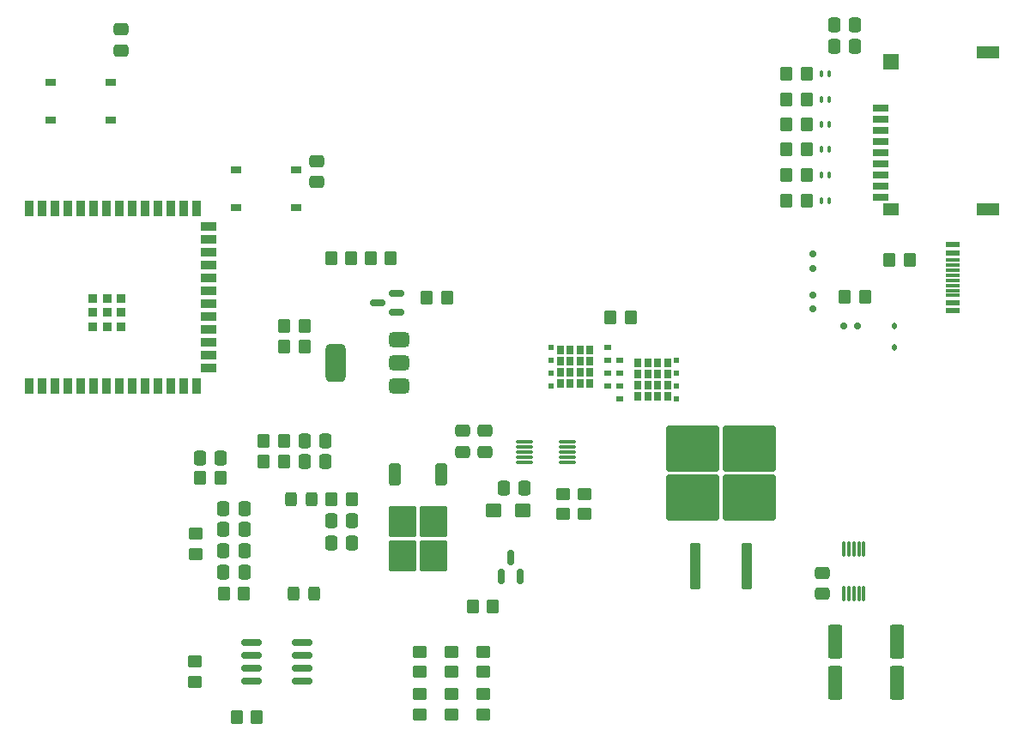
<source format=gtp>
G04 #@! TF.GenerationSoftware,KiCad,Pcbnew,8.0.4*
G04 #@! TF.CreationDate,2024-08-16T23:51:57-05:00*
G04 #@! TF.ProjectId,BatteryCo,42617474-6572-4794-936f-2e6b69636164,rev?*
G04 #@! TF.SameCoordinates,Original*
G04 #@! TF.FileFunction,Paste,Top*
G04 #@! TF.FilePolarity,Positive*
%FSLAX46Y46*%
G04 Gerber Fmt 4.6, Leading zero omitted, Abs format (unit mm)*
G04 Created by KiCad (PCBNEW 8.0.4) date 2024-08-16 23:51:57*
%MOMM*%
%LPD*%
G01*
G04 APERTURE LIST*
G04 Aperture macros list*
%AMRoundRect*
0 Rectangle with rounded corners*
0 $1 Rounding radius*
0 $2 $3 $4 $5 $6 $7 $8 $9 X,Y pos of 4 corners*
0 Add a 4 corners polygon primitive as box body*
4,1,4,$2,$3,$4,$5,$6,$7,$8,$9,$2,$3,0*
0 Add four circle primitives for the rounded corners*
1,1,$1+$1,$2,$3*
1,1,$1+$1,$4,$5*
1,1,$1+$1,$6,$7*
1,1,$1+$1,$8,$9*
0 Add four rect primitives between the rounded corners*
20,1,$1+$1,$2,$3,$4,$5,0*
20,1,$1+$1,$4,$5,$6,$7,0*
20,1,$1+$1,$6,$7,$8,$9,0*
20,1,$1+$1,$8,$9,$2,$3,0*%
G04 Aperture macros list end*
%ADD10RoundRect,0.250000X0.337500X0.475000X-0.337500X0.475000X-0.337500X-0.475000X0.337500X-0.475000X0*%
%ADD11RoundRect,0.250000X-0.350000X-0.450000X0.350000X-0.450000X0.350000X0.450000X-0.350000X0.450000X0*%
%ADD12R,1.000000X0.750000*%
%ADD13RoundRect,0.250000X-0.475000X0.337500X-0.475000X-0.337500X0.475000X-0.337500X0.475000X0.337500X0*%
%ADD14RoundRect,0.250000X0.350000X0.450000X-0.350000X0.450000X-0.350000X-0.450000X0.350000X-0.450000X0*%
%ADD15RoundRect,0.250000X-0.450000X0.350000X-0.450000X-0.350000X0.450000X-0.350000X0.450000X0.350000X0*%
%ADD16RoundRect,0.150000X0.825000X0.150000X-0.825000X0.150000X-0.825000X-0.150000X0.825000X-0.150000X0*%
%ADD17RoundRect,0.075000X0.075000X0.225000X-0.075000X0.225000X-0.075000X-0.225000X0.075000X-0.225000X0*%
%ADD18RoundRect,0.249999X-0.450001X-1.425001X0.450001X-1.425001X0.450001X1.425001X-0.450001X1.425001X0*%
%ADD19RoundRect,0.250000X0.300000X-2.050000X0.300000X2.050000X-0.300000X2.050000X-0.300000X-2.050000X0*%
%ADD20RoundRect,0.250000X2.375000X-2.025000X2.375000X2.025000X-2.375000X2.025000X-2.375000X-2.025000X0*%
%ADD21RoundRect,0.150000X0.150000X-0.587500X0.150000X0.587500X-0.150000X0.587500X-0.150000X-0.587500X0*%
%ADD22RoundRect,0.087500X-0.725000X-0.087500X0.725000X-0.087500X0.725000X0.087500X-0.725000X0.087500X0*%
%ADD23RoundRect,0.250000X-0.537500X-0.425000X0.537500X-0.425000X0.537500X0.425000X-0.537500X0.425000X0*%
%ADD24RoundRect,0.250000X0.475000X-0.337500X0.475000X0.337500X-0.475000X0.337500X-0.475000X-0.337500X0*%
%ADD25RoundRect,0.250000X-0.337500X-0.475000X0.337500X-0.475000X0.337500X0.475000X-0.337500X0.475000X0*%
%ADD26R,0.780000X0.900000*%
%ADD27R,0.650000X0.500000*%
%ADD28R,0.550000X0.500000*%
%ADD29RoundRect,0.250000X0.450000X-0.350000X0.450000X0.350000X-0.450000X0.350000X-0.450000X-0.350000X0*%
%ADD30R,1.600000X0.700000*%
%ADD31R,1.500000X1.200000*%
%ADD32R,2.200000X1.200000*%
%ADD33R,1.500000X1.600000*%
%ADD34RoundRect,0.250000X0.325000X0.450000X-0.325000X0.450000X-0.325000X-0.450000X0.325000X-0.450000X0*%
%ADD35RoundRect,0.075000X-0.075000X0.650000X-0.075000X-0.650000X0.075000X-0.650000X0.075000X0.650000X0*%
%ADD36RoundRect,0.150000X0.200000X-0.150000X0.200000X0.150000X-0.200000X0.150000X-0.200000X-0.150000X0*%
%ADD37RoundRect,0.250000X-0.325000X-0.450000X0.325000X-0.450000X0.325000X0.450000X-0.325000X0.450000X0*%
%ADD38RoundRect,0.150000X-0.200000X0.150000X-0.200000X-0.150000X0.200000X-0.150000X0.200000X0.150000X0*%
%ADD39RoundRect,0.150000X0.587500X0.150000X-0.587500X0.150000X-0.587500X-0.150000X0.587500X-0.150000X0*%
%ADD40RoundRect,0.250000X-0.350000X0.850000X-0.350000X-0.850000X0.350000X-0.850000X0.350000X0.850000X0*%
%ADD41RoundRect,0.250000X-1.125000X1.275000X-1.125000X-1.275000X1.125000X-1.275000X1.125000X1.275000X0*%
%ADD42R,0.900000X1.500000*%
%ADD43R,1.500000X0.900000*%
%ADD44R,0.900000X0.900000*%
%ADD45R,1.450000X0.600000*%
%ADD46R,1.450000X0.300000*%
%ADD47RoundRect,0.112500X0.112500X-0.187500X0.112500X0.187500X-0.112500X0.187500X-0.112500X-0.187500X0*%
%ADD48RoundRect,0.150000X0.150000X0.200000X-0.150000X0.200000X-0.150000X-0.200000X0.150000X-0.200000X0*%
%ADD49RoundRect,0.375000X0.625000X0.375000X-0.625000X0.375000X-0.625000X-0.375000X0.625000X-0.375000X0*%
%ADD50RoundRect,0.500000X0.500000X1.400000X-0.500000X1.400000X-0.500000X-1.400000X0.500000X-1.400000X0*%
G04 APERTURE END LIST*
D10*
X132520700Y-53781600D03*
X130445700Y-53781600D03*
X132520700Y-51648000D03*
X130445700Y-51648000D03*
D11*
X71529800Y-119999400D03*
X73529800Y-119999400D03*
D12*
X53144000Y-57296000D03*
X59144000Y-57296000D03*
X53144000Y-61046000D03*
X59144000Y-61046000D03*
X71432000Y-65932000D03*
X77432000Y-65932000D03*
X71432000Y-69682000D03*
X77432000Y-69682000D03*
D13*
X60160000Y-52113000D03*
X60160000Y-54188000D03*
X79464000Y-65088500D03*
X79464000Y-67163500D03*
D14*
X82860000Y-98460000D03*
X80860000Y-98460000D03*
D15*
X95821571Y-117717324D03*
X95821571Y-119717324D03*
D10*
X82927500Y-102760000D03*
X80852500Y-102760000D03*
D16*
X77980000Y-116430000D03*
X77980000Y-115160000D03*
X77980000Y-113890000D03*
X77980000Y-112620000D03*
X73030000Y-112620000D03*
X73030000Y-113890000D03*
X73030000Y-115160000D03*
X73030000Y-116430000D03*
D17*
X129950001Y-66448300D03*
X129250001Y-66448300D03*
D18*
X130600000Y-112500000D03*
X136700000Y-112500000D03*
D19*
X116760000Y-105050000D03*
D20*
X116525000Y-98325000D03*
X122075000Y-98325000D03*
X116525000Y-93475000D03*
X122075000Y-93475000D03*
D19*
X121840000Y-105050000D03*
D21*
X97600000Y-106100000D03*
X99500000Y-106100000D03*
X98550000Y-104225000D03*
D22*
X99927500Y-92820000D03*
X99927500Y-93320000D03*
X99927500Y-93820000D03*
X99927500Y-94320000D03*
X99927500Y-94820000D03*
X104152500Y-94820000D03*
X104152500Y-94320000D03*
X104152500Y-93820000D03*
X104152500Y-93320000D03*
X104152500Y-92820000D03*
D23*
X96862500Y-99590000D03*
X99737500Y-99590000D03*
D10*
X80275000Y-94800000D03*
X78200000Y-94800000D03*
D13*
X96000000Y-91725000D03*
X96000000Y-93800000D03*
D24*
X129300000Y-107837500D03*
X129300000Y-105762500D03*
D25*
X97862500Y-97380000D03*
X99937500Y-97380000D03*
D17*
X129950001Y-69000000D03*
X129250001Y-69000000D03*
D11*
X74200000Y-94800000D03*
X76200000Y-94800000D03*
D15*
X92721571Y-117717324D03*
X92721571Y-119717324D03*
D10*
X80275000Y-92700000D03*
X78200000Y-92700000D03*
D26*
X111103421Y-85020000D03*
X111103421Y-86120000D03*
X111103421Y-87220000D03*
X111103421Y-88320000D03*
X112083421Y-85020000D03*
X112083421Y-86120000D03*
X112083421Y-87220000D03*
X112083421Y-88320000D03*
X113063421Y-85020000D03*
X113063421Y-86120000D03*
X113063421Y-87220000D03*
X113063421Y-88320000D03*
X114043421Y-85020000D03*
X114043421Y-86120000D03*
X114043421Y-87220000D03*
X114043421Y-88320000D03*
D27*
X109353421Y-84765000D03*
X109353421Y-86035000D03*
X109353421Y-87305000D03*
X109353421Y-88575000D03*
D28*
X114903421Y-84765000D03*
X114903421Y-86035000D03*
X114903421Y-87305000D03*
X114903421Y-88575000D03*
D14*
X127747001Y-63961225D03*
X125747001Y-63961225D03*
D11*
X135900000Y-74900000D03*
X137900000Y-74900000D03*
D14*
X76200000Y-92700000D03*
X74200000Y-92700000D03*
X92270000Y-78600000D03*
X90270000Y-78600000D03*
D29*
X92721571Y-115517324D03*
X92721571Y-113517324D03*
D30*
X135070000Y-59870000D03*
X135070000Y-60970000D03*
X135070000Y-62070000D03*
X135070000Y-63170000D03*
X135070000Y-64270000D03*
X135070000Y-65370000D03*
X135070000Y-66470000D03*
X135070000Y-67570000D03*
X135070000Y-68670000D03*
D31*
X136070000Y-69870000D03*
D32*
X145670000Y-69870000D03*
D33*
X136070000Y-55270000D03*
D32*
X145670000Y-54370000D03*
D14*
X127747001Y-61474150D03*
X125747001Y-61474150D03*
D25*
X70222300Y-101482800D03*
X72297300Y-101482800D03*
D11*
X131500000Y-78500000D03*
X133500000Y-78500000D03*
D14*
X127747001Y-66448300D03*
X125747001Y-66448300D03*
D26*
X106370000Y-87050000D03*
X106370000Y-85950000D03*
X106370000Y-84850000D03*
X106370000Y-83750000D03*
X105390000Y-87050000D03*
X105390000Y-85950000D03*
X105390000Y-84850000D03*
X105390000Y-83750000D03*
X104410000Y-87050000D03*
X104410000Y-85950000D03*
X104410000Y-84850000D03*
X104410000Y-83750000D03*
X103430000Y-87050000D03*
X103430000Y-85950000D03*
X103430000Y-84850000D03*
X103430000Y-83750000D03*
D27*
X108120000Y-87305000D03*
X108120000Y-86035000D03*
X108120000Y-84765000D03*
X108120000Y-83495000D03*
D28*
X102570000Y-87305000D03*
X102570000Y-86035000D03*
X102570000Y-84765000D03*
X102570000Y-83495000D03*
D25*
X67900000Y-94400000D03*
X69975000Y-94400000D03*
D29*
X95821571Y-115517324D03*
X95821571Y-113517324D03*
D14*
X127747001Y-58987075D03*
X125747001Y-58987075D03*
D18*
X130600000Y-116600000D03*
X136700000Y-116600000D03*
D14*
X78200000Y-83400000D03*
X76200000Y-83400000D03*
D11*
X108410000Y-80570000D03*
X110410000Y-80570000D03*
D34*
X79168200Y-107798800D03*
X77118200Y-107798800D03*
D25*
X70222300Y-105698800D03*
X72297300Y-105698800D03*
D29*
X89621571Y-115517324D03*
X89621571Y-113517324D03*
D17*
X129950001Y-56500000D03*
X129250001Y-56500000D03*
D11*
X67937500Y-96400000D03*
X69937500Y-96400000D03*
D14*
X82850000Y-74700000D03*
X80850000Y-74700000D03*
X78200000Y-81400000D03*
X76200000Y-81400000D03*
D35*
X133400000Y-103400000D03*
X132900000Y-103400000D03*
X132400000Y-103400000D03*
X131900000Y-103400000D03*
X131400000Y-103400000D03*
X131400000Y-107800000D03*
X131900000Y-107800000D03*
X132400000Y-107800000D03*
X132900000Y-107800000D03*
X133400000Y-107800000D03*
D15*
X89621571Y-117717324D03*
X89621571Y-119717324D03*
D11*
X94800000Y-109100000D03*
X96800000Y-109100000D03*
D13*
X93800000Y-91725000D03*
X93800000Y-93800000D03*
D36*
X128400000Y-74300000D03*
X128400000Y-75700000D03*
D37*
X76910000Y-98460000D03*
X78960000Y-98460000D03*
D38*
X128400000Y-79700000D03*
X128400000Y-78300000D03*
D29*
X67373600Y-116513000D03*
X67373600Y-114513000D03*
D25*
X70222300Y-99440800D03*
X72297300Y-99440800D03*
X70222300Y-103539800D03*
X72297300Y-103539800D03*
D17*
X129950001Y-58987075D03*
X129250001Y-58987075D03*
D39*
X87315289Y-80030000D03*
X87315289Y-78130000D03*
X85440289Y-79080000D03*
D17*
X129950001Y-63961225D03*
X129250001Y-63961225D03*
D14*
X127747001Y-56500000D03*
X125747001Y-56500000D03*
D40*
X91680000Y-96060000D03*
D41*
X90925000Y-100685000D03*
X87875000Y-100685000D03*
X90925000Y-104035000D03*
X87875000Y-104035000D03*
D40*
X87120000Y-96060000D03*
D42*
X51040000Y-87300000D03*
X52310000Y-87300000D03*
X53580000Y-87300000D03*
X54850000Y-87300000D03*
X56120000Y-87300000D03*
X57390000Y-87300000D03*
X58660000Y-87300000D03*
X59930000Y-87300000D03*
X61200000Y-87300000D03*
X62470000Y-87300000D03*
X63740000Y-87300000D03*
X65010000Y-87300000D03*
X66280000Y-87300000D03*
X67550000Y-87300000D03*
D43*
X68800000Y-85535000D03*
X68800000Y-84265000D03*
X68800000Y-82995000D03*
X68800000Y-81725000D03*
X68800000Y-80455000D03*
X68800000Y-79185000D03*
X68800000Y-77915000D03*
X68800000Y-76645000D03*
X68800000Y-75375000D03*
X68800000Y-74105000D03*
X68800000Y-72835000D03*
X68800000Y-71565000D03*
D42*
X67550000Y-69800000D03*
X66280000Y-69800000D03*
X65010000Y-69800000D03*
X63740000Y-69800000D03*
X62470000Y-69800000D03*
X61200000Y-69800000D03*
X59930000Y-69800000D03*
X58660000Y-69800000D03*
X57390000Y-69800000D03*
X56120000Y-69800000D03*
X54850000Y-69800000D03*
X53580000Y-69800000D03*
X52310000Y-69800000D03*
X51040000Y-69800000D03*
D44*
X57360000Y-81450000D03*
X58760000Y-81450000D03*
X60160000Y-81450000D03*
X60160000Y-81450000D03*
X57360000Y-80050000D03*
X57360000Y-80050000D03*
X58760000Y-80050000D03*
X60160000Y-80050000D03*
X57360000Y-78650000D03*
X58760000Y-78650000D03*
X60160000Y-78650000D03*
D45*
X142205000Y-79870000D03*
X142205000Y-79070000D03*
D46*
X142205000Y-77870000D03*
X142205000Y-76870000D03*
X142205000Y-76370000D03*
X142205000Y-75370000D03*
D45*
X142205000Y-74170000D03*
X142205000Y-73370000D03*
X142205000Y-73370000D03*
X142205000Y-74170000D03*
D46*
X142205000Y-74870000D03*
X142205000Y-75870000D03*
X142205000Y-77370000D03*
X142205000Y-78370000D03*
D45*
X142205000Y-79070000D03*
X142205000Y-79870000D03*
D14*
X127747001Y-69000000D03*
X125747001Y-69000000D03*
D10*
X82927500Y-100560000D03*
X80852500Y-100560000D03*
D47*
X136400000Y-83500000D03*
X136400000Y-81400000D03*
D48*
X131400000Y-81400000D03*
X132800000Y-81400000D03*
D17*
X129950001Y-61474150D03*
X129250001Y-61474150D03*
D15*
X105860000Y-97940000D03*
X105860000Y-99940000D03*
D49*
X87550000Y-87300000D03*
X87550000Y-85000000D03*
D50*
X81250000Y-85000000D03*
D49*
X87550000Y-82700000D03*
D14*
X86750000Y-74700000D03*
X84750000Y-74700000D03*
D15*
X103730000Y-97940000D03*
X103730000Y-99940000D03*
X67449800Y-101879800D03*
X67449800Y-103879800D03*
D11*
X70259800Y-107798800D03*
X72259800Y-107798800D03*
M02*

</source>
